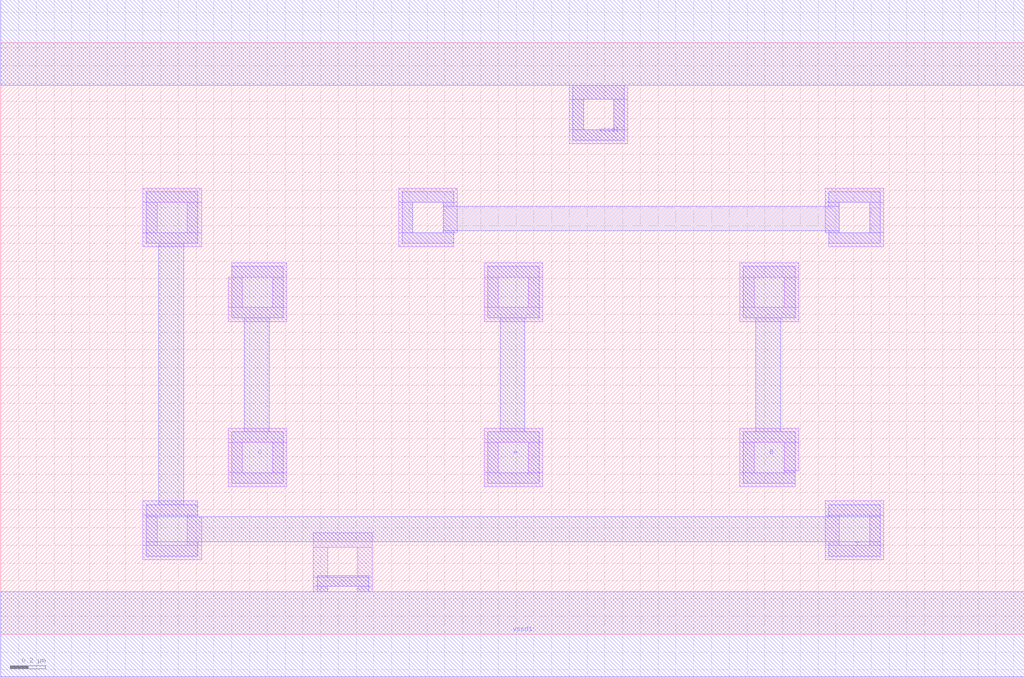
<source format=lef>
VERSION 5.7 ;
  NOWIREEXTENSIONATPIN ON ;
  DIVIDERCHAR "/" ;
  BUSBITCHARS "[]" ;
MACRO AOI21X1
  CLASS CORE ;
  FOREIGN AOI21X1 ;
  ORIGIN 0.000 0.000 ;
  SIZE 5.760 BY 3.330 ;
  SYMMETRY X Y R90 ;
  SITE unit ;
  PIN vccd1
    DIRECTION INOUT ;
    USE POWER ;
    SHAPE ABUTMENT ;
    PORT
      LAYER met1 ;
        RECT 0.000 3.090 5.760 3.570 ;
        RECT 3.220 3.010 3.510 3.090 ;
        RECT 3.220 2.840 3.280 3.010 ;
        RECT 3.450 2.840 3.510 3.010 ;
        RECT 3.220 2.780 3.510 2.840 ;
    END
  END vccd1
  PIN vssd1
    DIRECTION INOUT ;
    USE GROUND ;
    SHAPE ABUTMENT ;
    PORT
      LAYER met1 ;
        RECT 1.780 0.270 2.070 0.330 ;
        RECT 1.780 0.240 1.840 0.270 ;
        RECT 2.010 0.240 2.070 0.270 ;
        RECT 0.000 -0.240 5.760 0.240 ;
    END
  END vssd1
  PIN Y
    DIRECTION INOUT ;
    USE SIGNAL ;
    SHAPE ABUTMENT ;
    PORT
      LAYER met1 ;
        RECT 0.820 2.200 1.110 2.490 ;
        RECT 0.890 0.730 1.030 2.200 ;
        RECT 0.820 0.660 1.110 0.730 ;
        RECT 4.660 0.660 4.950 0.730 ;
        RECT 0.820 0.520 4.950 0.660 ;
        RECT 0.820 0.440 1.110 0.520 ;
        RECT 4.660 0.440 4.950 0.520 ;
    END
  END Y
  PIN B
    DIRECTION INOUT ;
    USE SIGNAL ;
    SHAPE ABUTMENT ;
    PORT
      LAYER met1 ;
        RECT 4.180 1.780 4.470 2.070 ;
        RECT 4.250 1.140 4.390 1.780 ;
        RECT 4.180 0.850 4.470 1.140 ;
    END
  END B
  PIN C
    DIRECTION INOUT ;
    USE SIGNAL ;
    SHAPE ABUTMENT ;
    PORT
      LAYER met1 ;
        RECT 1.300 1.780 1.590 2.070 ;
        RECT 1.370 1.140 1.510 1.780 ;
        RECT 1.300 0.850 1.590 1.140 ;
    END
  END C
  PIN A
    DIRECTION INOUT ;
    USE SIGNAL ;
    SHAPE ABUTMENT ;
    PORT
      LAYER met1 ;
        RECT 2.740 1.780 3.030 2.070 ;
        RECT 2.810 1.140 2.950 1.780 ;
        RECT 2.740 0.850 3.030 1.140 ;
    END
  END A
  OBS
      LAYER li1 ;
        RECT 3.200 3.010 3.530 3.090 ;
        RECT 3.200 2.840 3.280 3.010 ;
        RECT 3.450 2.840 3.530 3.010 ;
        RECT 3.200 2.760 3.530 2.840 ;
        RECT 0.800 2.430 1.130 2.510 ;
        RECT 0.800 2.260 0.880 2.430 ;
        RECT 1.050 2.260 1.130 2.430 ;
        RECT 0.800 2.180 1.130 2.260 ;
        RECT 2.240 2.430 2.570 2.510 ;
        RECT 2.240 2.260 2.320 2.430 ;
        RECT 2.490 2.260 2.570 2.430 ;
        RECT 4.640 2.430 4.970 2.510 ;
        RECT 4.640 2.260 4.720 2.430 ;
        RECT 4.890 2.260 4.970 2.430 ;
        RECT 2.240 2.180 2.550 2.260 ;
        RECT 4.660 2.180 4.970 2.260 ;
        RECT 1.300 2.010 1.610 2.090 ;
        RECT 1.280 1.840 1.360 2.010 ;
        RECT 1.530 1.840 1.610 2.010 ;
        RECT 1.280 1.760 1.610 1.840 ;
        RECT 2.720 2.010 3.050 2.090 ;
        RECT 2.720 1.840 2.800 2.010 ;
        RECT 2.970 1.840 3.050 2.010 ;
        RECT 2.720 1.760 3.050 1.840 ;
        RECT 4.160 2.010 4.490 2.090 ;
        RECT 4.160 1.840 4.240 2.010 ;
        RECT 4.410 1.840 4.490 2.010 ;
        RECT 4.160 1.760 4.490 1.840 ;
        RECT 1.280 1.080 1.610 1.160 ;
        RECT 1.280 0.910 1.360 1.080 ;
        RECT 1.530 0.910 1.610 1.080 ;
        RECT 1.280 0.830 1.610 0.910 ;
        RECT 2.720 1.080 3.050 1.160 ;
        RECT 2.720 0.910 2.800 1.080 ;
        RECT 2.970 0.910 3.050 1.080 ;
        RECT 2.720 0.830 3.050 0.910 ;
        RECT 4.160 1.080 4.490 1.160 ;
        RECT 4.160 0.910 4.240 1.080 ;
        RECT 4.410 0.920 4.490 1.080 ;
        RECT 4.410 0.910 4.470 0.920 ;
        RECT 4.160 0.830 4.470 0.910 ;
        RECT 0.800 0.670 1.110 0.750 ;
        RECT 0.800 0.500 0.880 0.670 ;
        RECT 1.050 0.660 1.110 0.670 ;
        RECT 4.640 0.670 4.970 0.750 ;
        RECT 1.050 0.500 1.130 0.660 ;
        RECT 0.800 0.420 1.130 0.500 ;
        RECT 1.760 0.490 2.090 0.570 ;
        RECT 1.760 0.320 1.840 0.490 ;
        RECT 2.010 0.320 2.090 0.490 ;
        RECT 4.640 0.500 4.720 0.670 ;
        RECT 4.890 0.500 4.970 0.670 ;
        RECT 4.640 0.420 4.970 0.500 ;
        RECT 1.760 0.270 2.090 0.320 ;
        RECT 1.760 0.240 1.840 0.270 ;
        RECT 2.010 0.240 2.090 0.270 ;
      LAYER met1 ;
        RECT 2.260 2.430 2.550 2.490 ;
        RECT 2.260 2.260 2.320 2.430 ;
        RECT 2.490 2.410 2.550 2.430 ;
        RECT 4.660 2.430 4.950 2.490 ;
        RECT 4.660 2.410 4.720 2.430 ;
        RECT 2.490 2.270 4.720 2.410 ;
        RECT 2.490 2.260 2.550 2.270 ;
        RECT 2.260 2.200 2.550 2.260 ;
        RECT 4.660 2.260 4.720 2.270 ;
        RECT 4.890 2.260 4.950 2.430 ;
        RECT 4.660 2.200 4.950 2.260 ;
  END
END AOI21X1
END LIBRARY


</source>
